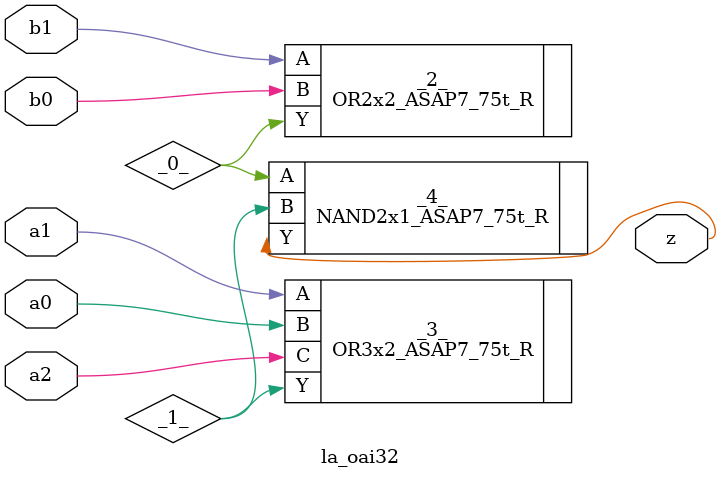
<source format=v>

/* Generated by Yosys 0.37 (git sha1 a5c7f69ed, clang 14.0.0-1ubuntu1.1 -fPIC -Os) */

module la_oai32(a0, a1, a2, b0, b1, z);
  wire _0_;
  wire _1_;
  input a0;
  wire a0;
  input a1;
  wire a1;
  input a2;
  wire a2;
  input b0;
  wire b0;
  input b1;
  wire b1;
  output z;
  wire z;
  OR2x2_ASAP7_75t_R _2_ (
    .A(b1),
    .B(b0),
    .Y(_0_)
  );
  OR3x2_ASAP7_75t_R _3_ (
    .A(a1),
    .B(a0),
    .C(a2),
    .Y(_1_)
  );
  NAND2x1_ASAP7_75t_R _4_ (
    .A(_0_),
    .B(_1_),
    .Y(z)
  );
endmodule

</source>
